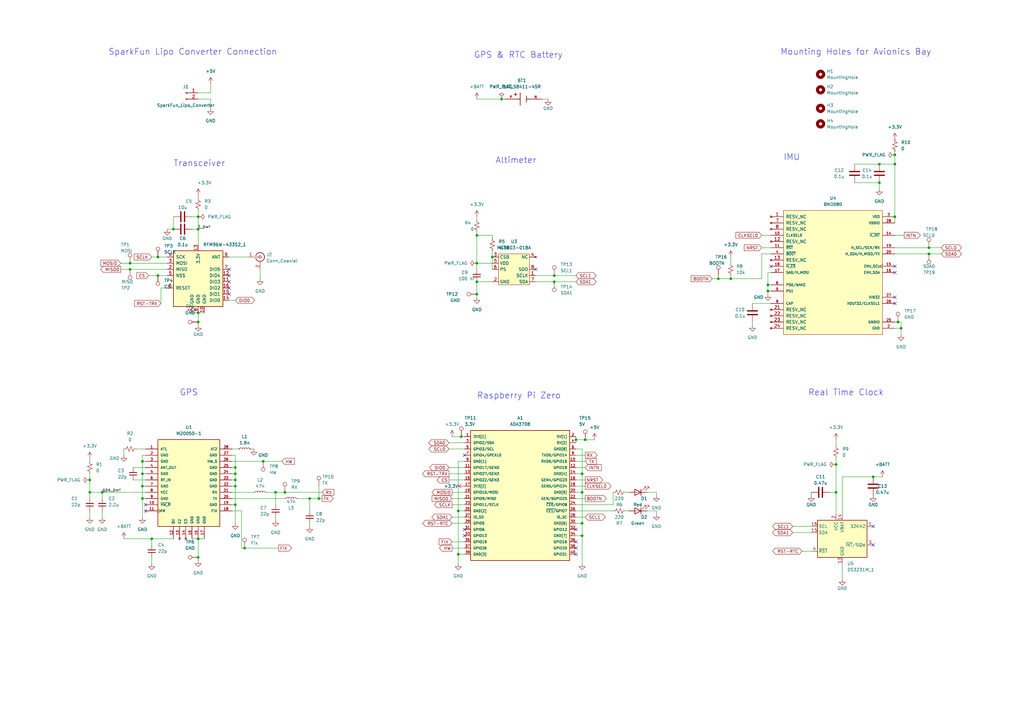
<source format=kicad_sch>
(kicad_sch (version 20211123) (generator eeschema)
  (paper "A3")
  (title_block (title "Neutro") (date "2023-01-05") (rev "v1") (company "Rice Eclipse") (comment 1 "Hong-Ye Wang"))
  (junction (at 81.28 93.98))
  (junction (at 187.96 227.33))
  (junction (at 116.84 201.93))
  (junction (at 81.28 128.27))
  (junction (at 41.91 201.93))
  (junction (at 294.64 114.3))
  (junction (at 240.03 180.34))
  (junction (at 367.03 67.31))
  (junction (at 58.42 199.39))
  (junction (at 342.9 201.93))
  (junction (at 127 204.47))
  (junction (at 238.76 219.71))
  (junction (at 53.34 110.49))
  (junction (at 113.03 201.93))
  (junction (at 64.77 113.03))
  (junction (at 201.93 105.41))
  (junction (at 381 101.6))
  (junction (at 205.74 40.64))
  (junction (at 189.23 179.07))
  (junction (at 107.95 189.23))
  (junction (at 195.58 107.95))
  (junction (at 367.03 88.9))
  (junction (at 58.42 189.23))
  (junction (at 195.58 96.52))
  (junction (at 58.42 204.47))
  (junction (at 314.96 119.38))
  (junction (at 81.28 220.98))
  (junction (at 81.28 132.08))
  (junction (at 358.14 195.58))
  (junction (at 367.03 63.5))
  (junction (at 227.33 113.03))
  (junction (at 96.52 191.77))
  (junction (at 187.96 209.55))
  (junction (at 195.58 120.65))
  (junction (at 130.81 204.47))
  (junction (at 314.96 116.84))
  (junction (at 36.83 201.93))
  (junction (at 381 104.14))
  (junction (at 368.3 132.08))
  (junction (at 299.72 114.3))
  (junction (at 238.76 194.31))
  (junction (at 369.57 134.62))
  (junction (at 64.77 105.41))
  (junction (at 100.33 224.79))
  (junction (at 96.52 207.01))
  (junction (at 71.12 93.98))
  (junction (at 360.68 74.93))
  (junction (at 53.34 107.95))
  (junction (at 96.52 196.85))
  (junction (at 195.58 115.57))
  (junction (at 236.22 180.34))
  (junction (at 62.23 220.98))
  (junction (at 342.9 190.5))
  (junction (at 96.52 199.39))
  (junction (at 238.76 201.93))
  (junction (at 360.68 67.31))
  (junction (at 58.42 194.31))
  (junction (at 36.83 196.85))
  (junction (at 227.33 115.57))
  (junction (at 81.28 228.6))
  (junction (at 238.76 214.63))
  (junction (at 81.28 88.9))
  (junction (at 96.52 194.31))
  (no_connect (at 358.14 223.52))
  (no_connect (at 367.03 124.46))
  (no_connect (at 59.69 207.01))
  (no_connect (at 59.69 209.55))
  (no_connect (at 358.14 215.9))
  (no_connect (at 93.98 118.11))
  (no_connect (at 190.5 186.69))
  (no_connect (at 236.22 217.17))
  (no_connect (at 236.22 227.33))
  (no_connect (at 367.03 121.92))
  (no_connect (at 219.71 110.49))
  (no_connect (at 316.23 109.22))
  (no_connect (at 190.5 217.17))
  (no_connect (at 236.22 222.25))
  (no_connect (at 190.5 219.71))
  (no_connect (at 93.98 115.57))
  (no_connect (at 93.98 113.03))
  (no_connect (at 236.22 224.79))
  (no_connect (at 93.98 110.49))
  (no_connect (at 93.98 120.65))
  (no_connect (at 367.03 109.22))
  (no_connect (at 367.03 111.76))
  (wire (pts (xy 314.96 119.38) (xy 314.96 120.65)))
  (wire (pts (xy 332.74 201.93) (xy 332.74 203.2)))
  (wire (pts (xy 96.52 196.85) (xy 96.52 199.39)))
  (wire (pts (xy 96.52 199.39) (xy 96.52 207.01)))
  (wire (pts (xy 367.03 96.52) (xy 370.84 96.52)))
  (wire (pts (xy 236.22 201.93) (xy 238.76 201.93)))
  (wire (pts (xy 41.91 201.93) (xy 36.83 201.93)))
  (wire (pts (xy 130.81 199.39) (xy 130.81 204.47)))
  (wire (pts (xy 81.28 88.9) (xy 81.28 93.98)))
  (wire (pts (xy 96.52 194.31) (xy 96.52 196.85)))
  (wire (pts (xy 96.52 207.01) (xy 96.52 214.63)))
  (wire (pts (xy 342.9 190.5) (xy 342.9 201.93)))
  (wire (pts (xy 116.84 201.93) (xy 132.08 201.93)))
  (wire (pts (xy 299.72 105.41) (xy 299.72 107.95)))
  (wire (pts (xy 185.42 204.47) (xy 190.5 204.47)))
  (wire (pts (xy 58.42 186.69) (xy 58.42 189.23)))
  (wire (pts (xy 58.42 204.47) (xy 59.69 204.47)))
  (wire (pts (xy 41.91 209.55) (xy 41.91 212.09)))
  (wire (pts (xy 81.28 38.1) (xy 86.36 38.1)))
  (wire (pts (xy 350.52 74.93) (xy 360.68 74.93)))
  (wire (pts (xy 99.06 209.55) (xy 95.25 209.55)))
  (wire (pts (xy 36.83 189.23) (xy 36.83 187.96)))
  (wire (pts (xy 86.36 34.29) (xy 86.36 38.1)))
  (wire (pts (xy 312.42 101.6) (xy 316.23 101.6)))
  (wire (pts (xy 360.68 67.31) (xy 350.52 67.31)))
  (wire (pts (xy 299.72 113.03) (xy 299.72 114.3)))
  (wire (pts (xy 236.22 180.34) (xy 236.22 181.61)))
  (wire (pts (xy 240.03 180.34) (xy 243.84 180.34)))
  (wire (pts (xy 367.03 132.08) (xy 368.3 132.08)))
  (wire (pts (xy 345.44 195.58) (xy 358.14 195.58)))
  (wire (pts (xy 50.8 184.15) (xy 50.8 186.69)))
  (wire (pts (xy 96.52 123.19) (xy 93.98 123.19)))
  (wire (pts (xy 369.57 134.62) (xy 367.03 134.62)))
  (wire (pts (xy 41.91 201.93) (xy 41.91 204.47)))
  (wire (pts (xy 58.42 199.39) (xy 59.69 199.39)))
  (wire (pts (xy 269.24 209.55) (xy 269.24 210.82)))
  (wire (pts (xy 342.9 180.34) (xy 342.9 182.88)))
  (wire (pts (xy 109.22 201.93) (xy 113.03 201.93)))
  (wire (pts (xy 99.06 224.79) (xy 99.06 209.55)))
  (wire (pts (xy 99.06 224.79) (xy 100.33 224.79)))
  (wire (pts (xy 251.46 201.93) (xy 251.46 207.01)))
  (wire (pts (xy 187.96 227.33) (xy 187.96 231.14)))
  (wire (pts (xy 113.03 212.09) (xy 113.03 213.36)))
  (wire (pts (xy 195.58 96.52) (xy 195.58 107.95)))
  (wire (pts (xy 367.03 104.14) (xy 381 104.14)))
  (wire (pts (xy 59.69 184.15) (xy 55.88 184.15)))
  (wire (pts (xy 60.96 113.03) (xy 64.77 113.03)))
  (wire (pts (xy 81.28 220.98) (xy 81.28 228.6)))
  (wire (pts (xy 236.22 191.77) (xy 240.03 191.77)))
  (wire (pts (xy 314.96 116.84) (xy 314.96 119.38)))
  (wire (pts (xy 36.83 196.85) (xy 36.83 201.93)))
  (wire (pts (xy 49.53 107.95) (xy 53.34 107.95)))
  (wire (pts (xy 236.22 214.63) (xy 238.76 214.63)))
  (wire (pts (xy 345.44 195.58) (xy 345.44 210.82)))
  (wire (pts (xy 81.28 229.87) (xy 81.28 228.6)))
  (wire (pts (xy 81.28 133.35) (xy 81.28 132.08)))
  (wire (pts (xy 308.61 132.08) (xy 308.61 133.35)))
  (wire (pts (xy 185.42 214.63) (xy 190.5 214.63)))
  (wire (pts (xy 54.61 196.85) (xy 59.69 196.85)))
  (wire (pts (xy 367.03 63.5) (xy 367.03 67.31)))
  (wire (pts (xy 308.61 124.46) (xy 316.23 124.46)))
  (wire (pts (xy 238.76 194.31) (xy 238.76 201.93)))
  (wire (pts (xy 95.25 201.93) (xy 104.14 201.93)))
  (wire (pts (xy 345.44 231.14) (xy 345.44 237.49)))
  (wire (pts (xy 381 104.14) (xy 386.08 104.14)))
  (wire (pts (xy 95.25 194.31) (xy 96.52 194.31)))
  (wire (pts (xy 185.42 212.09) (xy 190.5 212.09)))
  (wire (pts (xy 340.36 201.93) (xy 342.9 201.93)))
  (wire (pts (xy 95.25 207.01) (xy 96.52 207.01)))
  (wire (pts (xy 66.04 124.46) (xy 66.04 118.11)))
  (wire (pts (xy 367.03 101.6) (xy 381 101.6)))
  (wire (pts (xy 236.22 204.47) (xy 240.03 204.47)))
  (wire (pts (xy 53.34 110.49) (xy 68.58 110.49)))
  (wire (pts (xy 265.43 201.93) (xy 269.24 201.93)))
  (wire (pts (xy 71.12 88.9) (xy 71.12 93.98)))
  (wire (pts (xy 312.42 96.52) (xy 316.23 96.52)))
  (wire (pts (xy 66.04 118.11) (xy 68.58 118.11)))
  (wire (pts (xy 369.57 132.08) (xy 369.57 134.62)))
  (wire (pts (xy 58.42 194.31) (xy 58.42 199.39)))
  (wire (pts (xy 62.23 220.98) (xy 71.12 220.98)))
  (wire (pts (xy 195.58 40.64) (xy 205.74 40.64)))
  (wire (pts (xy 256.54 209.55) (xy 257.81 209.55)))
  (wire (pts (xy 195.58 121.92) (xy 195.58 120.65)))
  (wire (pts (xy 36.83 209.55) (xy 36.83 212.09)))
  (wire (pts (xy 367.03 67.31) (xy 360.68 67.31)))
  (wire (pts (xy 222.25 40.64) (xy 224.79 40.64)))
  (wire (pts (xy 205.74 40.64) (xy 207.01 40.64)))
  (wire (pts (xy 95.25 191.77) (xy 96.52 191.77)))
  (wire (pts (xy 68.58 93.98) (xy 71.12 93.98)))
  (wire (pts (xy 121.92 204.47) (xy 127 204.47)))
  (wire (pts (xy 316.23 104.14) (xy 312.42 104.14)))
  (wire (pts (xy 95.25 199.39) (xy 96.52 199.39)))
  (wire (pts (xy 195.58 107.95) (xy 195.58 110.49)))
  (wire (pts (xy 95.25 186.69) (xy 96.52 186.69)))
  (wire (pts (xy 185.42 222.25) (xy 190.5 222.25)))
  (wire (pts (xy 113.03 201.93) (xy 113.03 207.01)))
  (wire (pts (xy 314.96 116.84) (xy 316.23 116.84)))
  (wire (pts (xy 367.03 67.31) (xy 367.03 88.9)))
  (wire (pts (xy 227.33 113.03) (xy 236.22 113.03)))
  (wire (pts (xy 49.53 110.49) (xy 53.34 110.49)))
  (wire (pts (xy 59.69 186.69) (xy 58.42 186.69)))
  (wire (pts (xy 238.76 219.71) (xy 238.76 231.14)))
  (wire (pts (xy 78.74 220.98) (xy 81.28 220.98)))
  (wire (pts (xy 236.22 199.39) (xy 240.03 199.39)))
  (wire (pts (xy 238.76 201.93) (xy 238.76 214.63)))
  (wire (pts (xy 102.87 184.15) (xy 104.14 184.15)))
  (wire (pts (xy 64.77 113.03) (xy 68.58 113.03)))
  (wire (pts (xy 316.23 111.76) (xy 314.96 111.76)))
  (wire (pts (xy 62.23 220.98) (xy 62.23 223.52)))
  (wire (pts (xy 185.42 179.07) (xy 189.23 179.07)))
  (wire (pts (xy 187.96 189.23) (xy 187.96 209.55)))
  (wire (pts (xy 81.28 40.64) (xy 86.36 40.64)))
  (wire (pts (xy 201.93 97.79) (xy 201.93 96.52)))
  (wire (pts (xy 342.9 201.93) (xy 342.9 210.82)))
  (wire (pts (xy 36.83 201.93) (xy 36.83 204.47)))
  (wire (pts (xy 195.58 107.95) (xy 201.93 107.95)))
  (wire (pts (xy 195.58 115.57) (xy 195.58 120.65)))
  (wire (pts (xy 93.98 105.41) (xy 101.6 105.41)))
  (wire (pts (xy 189.23 179.07) (xy 190.5 179.07)))
  (wire (pts (xy 236.22 212.09) (xy 240.03 212.09)))
  (wire (pts (xy 95.25 196.85) (xy 96.52 196.85)))
  (wire (pts (xy 256.54 201.93) (xy 257.81 201.93)))
  (wire (pts (xy 185.42 207.01) (xy 190.5 207.01)))
  (wire (pts (xy 185.42 201.93) (xy 190.5 201.93)))
  (wire (pts (xy 265.43 209.55) (xy 269.24 209.55)))
  (wire (pts (xy 325.12 218.44) (xy 332.74 218.44)))
  (wire (pts (xy 81.28 80.01) (xy 81.28 81.28)))
  (wire (pts (xy 360.68 74.93) (xy 360.68 77.47)))
  (wire (pts (xy 78.74 88.9) (xy 81.28 88.9)))
  (wire (pts (xy 187.96 209.55) (xy 190.5 209.55)))
  (wire (pts (xy 195.58 115.57) (xy 201.93 115.57)))
  (wire (pts (xy 127 204.47) (xy 127 209.55)))
  (wire (pts (xy 236.22 207.01) (xy 251.46 207.01)))
  (wire (pts (xy 367.03 62.23) (xy 367.03 63.5)))
  (wire (pts (xy 81.28 93.98) (xy 81.28 100.33)))
  (wire (pts (xy 184.15 196.85) (xy 190.5 196.85)))
  (wire (pts (xy 81.28 220.98) (xy 83.82 220.98)))
  (wire (pts (xy 106.68 110.49) (xy 106.68 114.3)))
  (wire (pts (xy 58.42 199.39) (xy 58.42 204.47)))
  (wire (pts (xy 184.15 191.77) (xy 190.5 191.77)))
  (wire (pts (xy 62.23 228.6) (xy 62.23 231.14)))
  (wire (pts (xy 184.15 181.61) (xy 190.5 181.61)))
  (wire (pts (xy 294.64 113.03) (xy 294.64 114.3)))
  (wire (pts (xy 53.34 107.95) (xy 68.58 107.95)))
  (wire (pts (xy 113.03 201.93) (xy 116.84 201.93)))
  (wire (pts (xy 368.3 132.08) (xy 369.57 132.08)))
  (wire (pts (xy 238.76 214.63) (xy 238.76 219.71)))
  (wire (pts (xy 195.58 95.25) (xy 195.58 96.52)))
  (wire (pts (xy 190.5 189.23) (xy 187.96 189.23)))
  (wire (pts (xy 201.93 105.41) (xy 201.93 110.49)))
  (wire (pts (xy 95.25 189.23) (xy 107.95 189.23)))
  (wire (pts (xy 81.28 128.27) (xy 83.82 128.27)))
  (wire (pts (xy 64.77 105.41) (xy 68.58 105.41)))
  (wire (pts (xy 187.96 209.55) (xy 187.96 227.33)))
  (wire (pts (xy 325.12 215.9) (xy 332.74 215.9)))
  (wire (pts (xy 96.52 191.77) (xy 96.52 194.31)))
  (wire (pts (xy 328.93 226.06) (xy 332.74 226.06)))
  (wire (pts (xy 62.23 105.41) (xy 64.77 105.41)))
  (wire (pts (xy 342.9 187.96) (xy 342.9 190.5)))
  (wire (pts (xy 358.14 195.58) (xy 361.95 195.58)))
  (wire (pts (xy 195.58 88.9) (xy 195.58 90.17)))
  (wire (pts (xy 58.42 189.23) (xy 58.42 194.31)))
  (wire (pts (xy 219.71 113.03) (xy 227.33 113.03)))
  (wire (pts (xy 58.42 204.47) (xy 58.42 212.09)))
  (wire (pts (xy 36.83 194.31) (xy 36.83 196.85)))
  (wire (pts (xy 50.8 220.98) (xy 62.23 220.98)))
  (wire (pts (xy 58.42 194.31) (xy 59.69 194.31)))
  (wire (pts (xy 54.61 191.77) (xy 59.69 191.77)))
  (wire (pts (xy 78.74 128.27) (xy 81.28 128.27)))
  (wire (pts (xy 95.25 204.47) (xy 116.84 204.47)))
  (wire (pts (xy 236.22 189.23) (xy 240.03 189.23)))
  (wire (pts (xy 236.22 180.34) (xy 240.03 180.34)))
  (wire (pts (xy 369.57 134.62) (xy 369.57 137.16)))
  (wire (pts (xy 100.33 224.79) (xy 114.3 224.79)))
  (wire (pts (xy 299.72 114.3) (xy 312.42 114.3)))
  (wire (pts (xy 227.33 115.57) (xy 236.22 115.57)))
  (wire (pts (xy 127 214.63) (xy 127 215.9)))
  (wire (pts (xy 236.22 219.71) (xy 238.76 219.71)))
  (wire (pts (xy 292.1 114.3) (xy 294.64 114.3)))
  (wire (pts (xy 269.24 201.93) (xy 269.24 203.2)))
  (wire (pts (xy 184.15 194.31) (xy 190.5 194.31)))
  (wire (pts (xy 41.91 201.93) (xy 59.69 201.93)))
  (wire (pts (xy 201.93 96.52) (xy 195.58 96.52)))
  (wire (pts (xy 219.71 115.57) (xy 227.33 115.57)))
  (wire (pts (xy 127 204.47) (xy 130.81 204.47)))
  (wire (pts (xy 185.42 224.79) (xy 190.5 224.79)))
  (wire (pts (xy 107.95 189.23) (xy 115.57 189.23)))
  (wire (pts (xy 367.03 88.9) (xy 367.03 91.44)))
  (wire (pts (xy 236.22 209.55) (xy 251.46 209.55)))
  (wire (pts (xy 95.25 184.15) (xy 97.79 184.15)))
  (wire (pts (xy 236.22 184.15) (xy 238.76 184.15)))
  (wire (pts (xy 236.22 196.85) (xy 240.03 196.85)))
  (wire (pts (xy 130.81 204.47) (xy 132.08 204.47)))
  (wire (pts (xy 236.22 186.69) (xy 240.03 186.69)))
  (wire (pts (xy 78.74 93.98) (xy 81.28 93.98)))
  (wire (pts (xy 381 101.6) (xy 386.08 101.6)))
  (wire (pts (xy 312.42 104.14) (xy 312.42 114.3)))
  (wire (pts (xy 81.28 128.27) (xy 81.28 132.08)))
  (wire (pts (xy 314.96 119.38) (xy 316.23 119.38)))
  (wire (pts (xy 58.42 189.23) (xy 59.69 189.23)))
  (wire (pts (xy 187.96 227.33) (xy 190.5 227.33)))
  (wire (pts (xy 184.15 184.15) (xy 190.5 184.15)))
  (wire (pts (xy 294.64 114.3) (xy 299.72 114.3)))
  (wire (pts (xy 314.96 111.76) (xy 314.96 116.84)))
  (wire (pts (xy 236.22 179.07) (xy 236.22 180.34)))
  (wire (pts (xy 81.28 86.36) (xy 81.28 88.9)))
  (wire (pts (xy 201.93 102.87) (xy 201.93 105.41)))
  (wire (pts (xy 238.76 184.15) (xy 238.76 194.31)))
  (wire (pts (xy 86.36 40.64) (xy 86.36 44.45)))
  (wire (pts (xy 236.22 194.31) (xy 238.76 194.31)))
  (wire (pts (xy 96.52 186.69) (xy 96.52 191.77)))
  (text "IMU\n" (at 321.31 66.04 0) (effects (font (size 2.5 2.5)) (justify left bottom)))
  (text "Raspberry Pi Zero\n" (at 195.58 163.83 0) (effects (font (size 2.5 2.5)) (justify left bottom)))
  (text "GPS & RTC Battery" (at 194.31 24.13 0) (effects (font (size 2.5 2.5)) (justify left bottom)))
  (text "SparkFun Lipo Converter Connection" (at 44.45 22.86 0) (effects (font (size 2.5 2.5)) (justify left bottom)))
  (text "GPS" (at 73.66 162.56 0) (effects (font (size 2.5 2.5)) (justify left bottom)))
  (text "Altimeter" (at 203.2 67.31 0) (effects (font (size 2.5 2.5)) (justify left bottom)))
  (text "Real Time Clock" (at 331.47 162.56 0) (effects (font (size 2.5 2.5)) (justify left bottom)))
  (text "Transceiver\n" (at 71.12 68.58 0) (effects (font (size 2.5 2.5)) (justify left bottom)))
  (text "Mounting Holes for Avionics Bay\n" (at 320.04 22.86 0) (effects (font (size 2.5 2.5)) (justify left bottom)))
  (label "t_pwr" (at 81.28 93.98 0))
  (label "gps_pwr" (at 41.91 201.93 0))
  (global_label "INTN" (shape output) (at 370.84 96.52 0) (property "Intersheet References" "${INTERSHEET_REFS}" (effects hide)))
  (global_label "SCL1" (shape bidirectional) (at 236.22 113.03 0) (property "Intersheet References" "${INTERSHEET_REFS}" (effects hide)))
  (global_label "SDA1" (shape bidirectional) (at 185.42 212.09 180) (property "Intersheet References" "${INTERSHEET_REFS}" (effects hide)))
  (global_label "CLKSEL0" (shape output) (at 240.03 199.39 0) (property "Intersheet References" "${INTERSHEET_REFS}" (effects hide)))
  (global_label "FIX" (shape output) (at 114.3 224.79 0) (property "Intersheet References" "${INTERSHEET_REFS}" (effects hide)))
  (global_label "RX" (shape input) (at 132.08 201.93 0) (property "Intersheet References" "${INTERSHEET_REFS}" (effects hide)))
  (global_label "MOSI0" (shape input) (at 49.53 107.95 180) (property "Intersheet References" "${INTERSHEET_REFS}" (effects hide)))
  (global_label "SCLK" (shape output) (at 185.42 207.01 180) (property "Intersheet References" "${INTERSHEET_REFS}" (effects hide)))
  (global_label "MISO0" (shape output) (at 49.53 110.49 180) (property "Intersheet References" "${INTERSHEET_REFS}" (effects hide)))
  (global_label "MOSI0" (shape output) (at 185.42 201.93 180) (property "Intersheet References" "${INTERSHEET_REFS}" (effects hide)))
  (global_label "RST-RTC" (shape bidirectional) (at 328.93 226.06 180) (property "Intersheet References" "${INTERSHEET_REFS}" (effects hide)))
  (global_label "NRST" (shape input) (at 312.42 101.6 180) (property "Intersheet References" "${INTERSHEET_REFS}" (effects hide)))
  (global_label "SCL0" (shape bidirectional) (at 184.15 184.15 180) (property "Intersheet References" "${INTERSHEET_REFS}" (effects hide)))
  (global_label "CLKSEL0" (shape input) (at 312.42 96.52 180) (property "Intersheet References" "${INTERSHEET_REFS}" (effects hide)))
  (global_label "BOOTN" (shape output) (at 240.03 204.47 0) (property "Intersheet References" "${INTERSHEET_REFS}" (effects hide)))
  (global_label "TX" (shape input) (at 240.03 189.23 0) (property "Intersheet References" "${INTERSHEET_REFS}" (effects hide)))
  (global_label "CS" (shape output) (at 184.15 196.85 180) (property "Intersheet References" "${INTERSHEET_REFS}" (effects hide)))
  (global_label "CS" (shape input) (at 60.96 113.03 180) (property "Intersheet References" "${INTERSHEET_REFS}" (effects hide)))
  (global_label "INTN" (shape input) (at 240.03 191.77 0) (property "Intersheet References" "${INTERSHEET_REFS}" (effects hide)))
  (global_label "RX" (shape output) (at 240.03 186.69 0) (property "Intersheet References" "${INTERSHEET_REFS}" (effects hide)))
  (global_label "HW" (shape input) (at 115.57 189.23 0) (property "Intersheet References" "${INTERSHEET_REFS}" (effects hide)))
  (global_label "SDA0" (shape bidirectional) (at 386.08 104.14 0) (property "Intersheet References" "${INTERSHEET_REFS}" (effects hide)))
  (global_label "FIX" (shape input) (at 185.42 222.25 180) (property "Intersheet References" "${INTERSHEET_REFS}" (effects hide)))
  (global_label "SCL1" (shape bidirectional) (at 240.03 212.09 0) (property "Intersheet References" "${INTERSHEET_REFS}" (effects hide)))
  (global_label "SDA0" (shape bidirectional) (at 184.15 181.61 180) (property "Intersheet References" "${INTERSHEET_REFS}" (effects hide)))
  (global_label "SCL0" (shape bidirectional) (at 386.08 101.6 0) (property "Intersheet References" "${INTERSHEET_REFS}" (effects hide)))
  (global_label "SDA1" (shape bidirectional) (at 325.12 218.44 180) (property "Intersheet References" "${INTERSHEET_REFS}" (effects hide)))
  (global_label "TX" (shape output) (at 132.08 204.47 0) (property "Intersheet References" "${INTERSHEET_REFS}" (effects hide)))
  (global_label "MISO0" (shape input) (at 185.42 204.47 180) (property "Intersheet References" "${INTERSHEET_REFS}" (effects hide)))
  (global_label "DIO0" (shape bidirectional) (at 96.52 123.19 0) (property "Intersheet References" "${INTERSHEET_REFS}" (effects hide)))
  (global_label "SCLK" (shape input) (at 62.23 105.41 180) (property "Intersheet References" "${INTERSHEET_REFS}" (effects hide)))
  (global_label "SDA1" (shape bidirectional) (at 236.22 115.57 0) (property "Intersheet References" "${INTERSHEET_REFS}" (effects hide)))
  (global_label "DIO0" (shape bidirectional) (at 184.15 191.77 180) (property "Intersheet References" "${INTERSHEET_REFS}" (effects hide)))
  (global_label "RST-TRX" (shape input) (at 66.04 124.46 180) (property "Intersheet References" "${INTERSHEET_REFS}" (effects hide)))
  (global_label "NRST" (shape output) (at 240.03 196.85 0) (property "Intersheet References" "${INTERSHEET_REFS}" (effects hide)))
  (global_label "SCL1" (shape bidirectional) (at 325.12 215.9 180) (property "Intersheet References" "${INTERSHEET_REFS}" (effects hide)))
  (global_label "HW" (shape output) (at 185.42 224.79 180) (property "Intersheet References" "${INTERSHEET_REFS}" (effects hide)))
  (global_label "RST-TRX" (shape output) (at 184.15 194.31 180) (property "Intersheet References" "${INTERSHEET_REFS}" (effects hide)))
  (global_label "BOOTN" (shape input) (at 292.1 114.3 180) (property "Intersheet References" "${INTERSHEET_REFS}" (effects hide)))
  (global_label "RST-RTC" (shape bidirectional) (at 185.42 214.63 180) (property "Intersheet References" "${INTERSHEET_REFS}" (effects hide)))
  (symbol (lib_id "power:GND") (at 58.42 212.09 0) (unit 1)
    (property "Reference" "#PWR06" (effects hide))
    (property "Value" "GND" (at 58.42 217.17 0))
  )
  (symbol (lib_id "Connector:TestPoint") (at 81.28 132.08 90) (unit 1)
    (property "Reference" "TP5" (at 77.978 125.73 90))
    (property "Value" "GND" (at 77.978 128.27 90))
    (property "Footprint" "TestPoint:TestPoint_THTPad_D1.5mm_Drill0.7mm" (effects hide))
  )
  (symbol (lib_id "power:GND") (at 195.58 121.92 0) (unit 1)
    (property "Reference" "#PWR024" (effects hide))
    (property "Value" "GND" (at 195.58 127 0))
  )
  (symbol (lib_id "Device:C_Small") (at 195.58 113.03 180) (unit 1)
    (property "Reference" "C9" (at 189.23 111.76 0) (effects (justify right)))
    (property "Value" "100 nF" (at 187.96 114.3 0) (effects (justify right)))
    (property "Footprint" "Capacitor_SMD:C_1206_3216Metric" (effects hide))
  )
  (symbol (lib_id "power:GND") (at 127 215.9 0) (unit 1)
    (property "Reference" "#PWR018" (effects hide))
    (property "Value" "GND" (at 127 220.98 0))
  )
  (symbol (lib_id "Connector:TestPoint") (at 227.33 115.57 180) (unit 1)
    (property "Reference" "TP14" (at 229.87 117.6019 0) (effects (justify right)))
    (property "Value" "SDA1" (at 229.87 120.1419 0) (effects (justify right)))
    (property "Footprint" "TestPoint:TestPoint_THTPad_D1.5mm_Drill0.7mm" (effects hide))
  )
  (symbol (lib_id "Device:C_Small") (at 62.23 226.06 180) (unit 1)
    (property "Reference" "C4" (at 64.77 223.52 0) (effects (justify right)))
    (property "Value" "22p" (at 64.77 226.06 0) (effects (justify right)))
    (property "Footprint" "Capacitor_SMD:C_1206_3216Metric" (effects hide))
  )
  (symbol (lib_id "Mechanical:MountingHole") (at 336.55 50.8 0) (unit 1)
    (property "Reference" "H4" (at 339.09 49.5299 0) (effects (justify left)))
    (property "Value" "MountingHole" (at 339.09 52.0699 0) (effects (justify left)))
    (property "Footprint" "MountingHole:MountingHole_2.5mm" (effects hide))
  )
  (symbol (lib_id "power:+3.3V") (at 299.72 105.41 0) (unit 1)
    (property "Reference" "#PWR030" (effects hide))
    (property "Value" "+3.3V" (at 299.72 100.33 0))
  )
  (symbol (lib_id "Neutro_Symbol:BAT_S8411-45R") (at 214.63 40.64 0) (unit 1)
    (property "Reference" "BT1" (at 213.995 33.02 0))
    (property "Value" "BAT_S8411-45R" (at 213.995 35.56 0))
    (property "Footprint" "Neutro_Footprint:BAT_S8411-45R" (effects hide))
    (property "MAXIMUM_PACKAGE_HEIGHT" "4.25mm" (effects hide))
    (property "STANDARD" "Manufacturer Recommendations" (effects hide))
    (property "MANUFACTURER" "Harwin" (effects hide))
  )
  (symbol (lib_id "power:GND") (at 68.58 93.98 0) (unit 1)
    (property "Reference" "#PWR08" (effects hide))
    (property "Value" "GND" (at 68.58 97.79 0))
  )
  (symbol (lib_id "Device:L_Small") (at 100.33 184.15 270) (mirror x) (unit 1)
    (property "Reference" "L1" (at 100.33 179.07 90))
    (property "Value" "1.8n" (at 100.33 181.61 90))
    (property "Footprint" "Inductor_SMD:L_0805_2012Metric" (effects hide))
  )
  (symbol (lib_id "power:GND") (at 81.28 133.35 0) (unit 1)
    (property "Reference" "#PWR010" (effects hide))
    (property "Value" "GND" (at 81.28 137.16 0))
  )
  (symbol (lib_id "Device:R_Small_US") (at 81.28 83.82 0) (unit 1)
    (property "Reference" "R3" (at 83.82 82.5499 0) (effects (justify left)))
    (property "Value" "0" (at 83.82 85.0899 0) (effects (justify left)))
    (property "Footprint" "Resistor_SMD:R_1206_3216Metric" (effects hide))
  )
  (symbol (lib_id "Device:C") (at 336.55 201.93 90) (unit 1)
    (property "Reference" "C11" (at 336.55 195.58 90))
    (property "Value" "0.47u" (at 336.55 198.12 90))
    (property "Footprint" "Capacitor_SMD:C_1206_3216Metric" (effects hide))
  )
  (symbol (lib_id "power:GND") (at 369.57 137.16 0) (unit 1)
    (property "Reference" "#PWR040" (effects hide))
    (property "Value" "GND" (at 369.57 142.24 0))
  )
  (symbol (lib_id "Neutro_Symbol:DS3231M_1") (at 345.44 220.98 0) (unit 1)
    (property "Reference" "U5" (at 347.4594 231.14 0) (effects (justify left)))
    (property "Value" "DS3231M_1" (at 347.4594 233.68 0) (effects (justify left)))
    (property "Footprint" "Neutro_Footprint:DS3231M" (effects hide))
    (property "Datasheet" "http://datasheets.maximintegrated.com/en/ds/DS3231.pdf" (effects hide))
  )
  (symbol (lib_id "Device:R_Small_US") (at 195.58 92.71 0) (unit 1)
    (property "Reference" "R4" (at 190.5 91.44 0) (effects (justify left)))
    (property "Value" "0" (at 193.04 93.98 0) (effects (justify left)))
    (property "Footprint" "Resistor_SMD:R_1206_3216Metric" (effects hide))
  )
  (symbol (lib_id "Connector:TestPoint") (at 64.77 105.41 0) (unit 1)
    (property "Reference" "TP3" (at 67.31 100.8379 0) (effects (justify left)))
    (property "Value" "SCLK" (at 67.31 103.3779 0) (effects (justify left)))
    (property "Footprint" "TestPoint:TestPoint_THTPad_D1.5mm_Drill0.7mm" (effects hide))
  )
  (symbol (lib_id "Connector:TestPoint") (at 381 101.6 0) (unit 1)
    (property "Reference" "TP18" (at 379.73 93.98 0) (effects (justify left)))
    (property "Value" "SCL0" (at 378.46 96.52 0) (effects (justify left)))
    (property "Footprint" "TestPoint:TestPoint_THTPad_D1.5mm_Drill0.7mm" (effects hide))
  )
  (symbol (lib_id "Device:R_Small_US") (at 367.03 59.69 0) (unit 1)
    (property "Reference" "R10" (at 369.57 58.4199 0) (effects (justify left)))
    (property "Value" "0" (at 369.57 60.9599 0) (effects (justify left)))
    (property "Footprint" "Resistor_SMD:R_1206_3216Metric" (effects hide))
  )
  (symbol (lib_id "Connector:TestPoint") (at 116.84 201.93 0) (unit 1)
    (property "Reference" "TP9" (at 119.38 197.3579 0) (effects (justify left)))
    (property "Value" "RX" (at 119.38 199.8979 0) (effects (justify left)))
    (property "Footprint" "TestPoint:TestPoint_THTPad_D1.5mm_Drill0.7mm" (effects hide))
  )
  (symbol (lib_id "power:GND") (at 106.68 114.3 0) (unit 1)
    (property "Reference" "#PWR016" (effects hide))
    (property "Value" "GND" (at 106.68 119.38 0))
  )
  (symbol (lib_id "Device:C") (at 358.14 199.39 0) (unit 1)
    (property "Reference" "C13" (at 361.95 199.39 0))
    (property "Value" "0.47u" (at 361.95 201.93 0))
    (property "Footprint" "Capacitor_SMD:C_1206_3216Metric" (effects hide))
  )
  (symbol (lib_id "Device:LED") (at 261.62 201.93 180) (unit 1)
    (property "Reference" "D1" (at 264.16 204.47 0))
    (property "Value" "Red" (at 261.62 207.01 0))
    (property "Footprint" "LED_THT:LED_D3.0mm" (effects hide))
  )
  (symbol (lib_id "Connector:TestPoint") (at 130.81 199.39 0) (unit 1)
    (property "Reference" "TP10" (at 132.08 195.58 0) (effects (justify left)))
    (property "Value" "TX" (at 132.08 198.12 0) (effects (justify left)))
    (property "Footprint" "TestPoint:TestPoint_THTPad_D1.5mm_Drill0.7mm" (effects hide))
  )
  (symbol (lib_id "Connector:TestPoint") (at 189.23 179.07 0) (unit 1)
    (property "Reference" "TP11" (at 190.5 171.45 0) (effects (justify left)))
    (property "Value" "3.3V" (at 190.5 173.99 0) (effects (justify left)))
    (property "Footprint" "TestPoint:TestPoint_THTPad_D1.5mm_Drill0.7mm" (effects hide))
  )
  (symbol (lib_id "Device:C_Small") (at 41.91 207.01 180) (unit 1)
    (property "Reference" "C2" (at 44.45 204.47 0) (effects (justify right)))
    (property "Value" "2.2u" (at 44.45 207.01 0) (effects (justify right)))
    (property "Footprint" "Capacitor_SMD:C_1206_3216Metric" (effects hide))
  )
  (symbol (lib_id "power:+3.3V") (at 36.83 187.96 0) (unit 1)
    (property "Reference" "#PWR01" (effects hide))
    (property "Value" "+3.3V" (at 36.83 182.88 0))
  )
  (symbol (lib_id "Device:L_Small") (at 119.38 204.47 90) (unit 1)
    (property "Reference" "L3" (at 119.38 208.28 90))
    (property "Value" "47n" (at 119.38 205.74 90))
    (property "Footprint" "Inductor_SMD:L_1008_2520Metric" (effects hide))
  )
  (symbol (lib_id "Connector:TestPoint") (at 53.34 110.49 180) (unit 1)
    (property "Reference" "TP2" (at 53.34 118.11 0) (effects (justify left)))
    (property "Value" "MISO" (at 54.61 115.57 0) (effects (justify left)))
    (property "Footprint" "TestPoint:TestPoint_THTPad_D1.5mm_Drill0.7mm" (effects hide))
  )
  (symbol (lib_id "power:+3.3V") (at 195.58 88.9 0) (unit 1)
    (property "Reference" "#PWR023" (effects hide))
    (property "Value" "+3.3V" (at 195.58 83.82 0))
  )
  (symbol (lib_id "Neutro_Symbol:RFM96W-433S2_1") (at 81.28 113.03 0) (unit 1)
    (property "Reference" "U2" (effects hide))
    (property "Value" "RFM96W-433S2_1" (at 83.2994 100.33 0) (effects (justify left)))
    (property "Footprint" "Neutro_Footprint:HOPERF_RFM9XW_SMD" (effects hide))
    (property "Datasheet" "https://www.hoperf.com/data/upload/portal/20181127/5bfcc0ac60235.pdf" (effects hide))
  )
  (symbol (lib_id "Neutro_Symbol:SparkFun_Lipo_Converter") (at 76.2 38.1 0) (unit 1)
    (property "Reference" "J1" (at 76.2 35.56 0))
    (property "Value" "SparkFun_Lipo_Converter" (at 76.2 43.18 0))
    (property "Footprint" "Neutro_Footprint:Sparkfun_Lipo_Converter" (effects hide))
    (property "Datasheet" "https://www.sparkfun.com/products/14411" (effects hide))
  )
  (symbol (lib_id "Neutro_Symbol:BNO080") (at 341.63 111.76 0) (unit 1)
    (property "Reference" "U4" (at 341.63 81.28 0))
    (property "Value" "BNO080" (at 341.63 83.82 0))
    (property "Footprint" "Neutro_Footprint:BNO085" (effects hide))
    (property "Datasheet" "https://www.ceva-dsp.com/wp-content/uploads/2019/10/BNO080_085-Datasheet.pdf" (effects hide))
    (property "MAXIMUM_PACKAGE_HEIGHT" "1.180 mm" (effects hide))
    (property "PARTREV" "1.6" (effects hide))
    (property "MANUFACTURER" "Hillcrest Laboratories, Inc." (effects hide))
    (property "STANDARD" "Manufacturer Recommendations" (effects hide))
  )
  (symbol (lib_id "power:+3.3V") (at 342.9 180.34 0) (unit 1)
    (property "Reference" "#PWR034" (effects hide))
    (property "Value" "+3.3V" (at 342.9 175.26 0))
  )
  (symbol (lib_id "Device:R_Small_US") (at 36.83 191.77 0) (unit 1)
    (property "Reference" "R1" (at 39.37 190.4999 0) (effects (justify left)))
    (property "Value" "0" (at 39.37 193.0399 0) (effects (justify left)))
    (property "Footprint" "Resistor_SMD:R_1206_3216Metric" (effects hide))
  )
  (symbol (lib_id "power:GND") (at 113.03 213.36 0) (unit 1)
    (property "Reference" "#PWR017" (effects hide))
    (property "Value" "GND" (at 113.03 218.44 0))
  )
  (symbol (lib_id "power:+3.3V") (at 367.03 57.15 0) (unit 1)
    (property "Reference" "#PWR039" (effects hide))
    (property "Value" "+3.3V" (at 367.03 52.07 0))
  )
  (symbol (lib_id "power:GND") (at 81.28 229.87 0) (unit 1)
    (property "Reference" "#PWR011" (effects hide))
    (property "Value" "GND" (at 81.28 234.95 0))
  )
  (symbol (lib_id "power:GND") (at 358.14 203.2 0) (unit 1)
    (property "Reference" "#PWR036" (effects hide))
    (property "Value" "GND" (at 358.14 207.01 0))
  )
  (symbol (lib_id "power:GND") (at 224.79 40.64 0) (unit 1)
    (property "Reference" "#PWR025" (effects hide))
    (property "Value" "GND" (at 224.79 44.45 0))
  )
  (symbol (lib_id "power:GND") (at 96.52 214.63 0) (unit 1)
    (property "Reference" "#PWR014" (effects hide))
    (property "Value" "GND" (at 96.52 219.71 0))
  )
  (symbol (lib_id "Device:C_Small") (at 127 212.09 0) (unit 1)
    (property "Reference" "C8" (at 129.54 210.8262 0) (effects (justify left)))
    (property "Value" "22p" (at 129.54 213.3662 0) (effects (justify left)))
    (property "Footprint" "Capacitor_SMD:C_1206_3216Metric" (effects hide))
  )
  (symbol (lib_id "Connector:TestPoint") (at 195.58 120.65 90) (unit 1)
    (property "Reference" "TP12" (at 185.42 120.65 90))
    (property "Value" "GND" (at 186.69 123.19 90))
    (property "Footprint" "TestPoint:TestPoint_THTPad_D1.5mm_Drill0.7mm" (effects hide))
  )
  (symbol (lib_id "Device:L_Small") (at 106.68 201.93 90) (unit 1)
    (property "Reference" "L2" (at 106.68 196.85 90))
    (property "Value" "47n" (at 106.68 199.39 90))
    (property "Footprint" "Inductor_SMD:L_1008_2520Metric" (effects hide))
  )
  (symbol (lib_id "Connector:TestPoint") (at 227.33 113.03 0) (unit 1)
    (property "Reference" "TP13" (at 229.87 108.4579 0) (effects (justify left)))
    (property "Value" "SCL1" (at 229.87 110.9979 0) (effects (justify left)))
    (property "Footprint" "TestPoint:TestPoint_THTPad_D1.5mm_Drill0.7mm" (effects hide))
  )
  (symbol (lib_id "Device:C_Small") (at 54.61 194.31 180) (unit 1)
    (property "Reference" "C3" (at 48.26 193.04 0) (effects (justify right)))
    (property "Value" "22p" (at 48.26 195.58 0) (effects (justify right)))
    (property "Footprint" "Capacitor_SMD:C_1206_3216Metric" (effects hide))
  )
  (symbol (lib_id "Device:R_Small_US") (at 53.34 184.15 90) (unit 1)
    (property "Reference" "R2" (at 53.34 177.8 90))
    (property "Value" "0" (at 53.34 180.34 90))
    (property "Footprint" "Resistor_SMD:R_1206_3216Metric" (effects hide))
  )
  (symbol (lib_id "Connector:TestPoint") (at 381 104.14 180) (unit 1)
    (property "Reference" "TP19" (at 383.54 111.76 0) (effects (justify left)))
    (property "Value" "SDA0" (at 383.54 109.22 0) (effects (justify left)))
    (property "Footprint" "TestPoint:TestPoint_THTPad_D1.5mm_Drill0.7mm" (effects hide))
  )
  (symbol (lib_id "power:GND") (at 86.36 44.45 0) (unit 1)
    (property "Reference" "#PWR013" (effects hide))
    (property "Value" "GND" (at 86.36 49.53 0))
  )
  (symbol (lib_id "power:GND") (at 36.83 212.09 0) (unit 1)
    (property "Reference" "#PWR02" (effects hide))
    (property "Value" "GND" (at 36.83 217.17 0))
  )
  (symbol (lib_id "Connector:TestPoint") (at 240.03 180.34 0) (unit 1)
    (property "Reference" "TP15" (at 237.49 171.45 0) (effects (justify left)))
    (property "Value" "5V" (at 237.49 173.99 0) (effects (justify left)))
    (property "Footprint" "TestPoint:TestPoint_THTPad_D1.5mm_Drill0.7mm" (effects hide))
  )
  (symbol (lib_id "power:GND") (at 62.23 231.14 0) (unit 1)
    (property "Reference" "#PWR07" (effects hide))
    (property "Value" "GND" (at 62.23 236.22 0))
  )
  (symbol (lib_id "Neutro_Symbol:MS5803-01BA") (at 210.82 107.95 0) (unit 1)
    (property "Reference" "U3" (at 210.82 99.06 0))
    (property "Value" "MS5803-01BA" (at 210.82 101.6 0))
    (property "Footprint" "Neutro_Footprint:MS5803-01BA_Miniature_Altimeter_Module" (effects hide))
    (property "Datasheet" "https://www.te.com/commerce/DocumentDelivery/DDEController?Action=showdoc&DocId=Data+Sheet%7FMS5803-01BA%7FB3%7Fpdf%7FEnglish%7FENG_DS_MS5803-01BA_B3.pdf%7FCAT-BLPS0038" (effects hide))
  )
  (symbol (lib_id "Device:C") (at 74.93 88.9 90) (unit 1)
    (property "Reference" "C5" (at 77.47 82.55 90))
    (property "Value" "10u" (at 74.93 85.09 90))
    (property "Footprint" "Capacitor_SMD:C_1206_3216Metric" (effects hide))
  )
  (symbol (lib_id "power:PWR_FLAG") (at 367.03 63.5 90) (unit 1)
    (property "Reference" "#FLG06" (effects hide))
    (property "Value" "PWR_FLAG" (at 363.22 63.4999 90) (effects (justify left)))
  )
  (symbol (lib_id "Connector:TestPoint") (at 53.34 107.95 0) (unit 1)
    (property "Reference" "TP1" (at 49.53 100.33 0) (effects (justify left)))
    (property "Value" "MOSI" (at 49.53 102.87 0) (effects (justify left)))
    (property "Footprint" "TestPoint:TestPoint_THTPad_D1.5mm_Drill0.7mm" (effects hide))
  )
  (symbol (lib_id "power:GND") (at 345.44 237.49 0) (unit 1)
    (property "Reference" "#PWR035" (effects hide))
    (property "Value" "GND" (at 345.44 241.3 0))
  )
  (symbol (lib_id "Device:R_Small_US") (at 342.9 185.42 0) (unit 1)
    (property "Reference" "R9" (at 345.44 184.1499 0) (effects (justify left)))
    (property "Value" "0" (at 345.44 186.6899 0) (effects (justify left)))
    (property "Footprint" "Resistor_SMD:R_1206_3216Metric" (effects hide))
  )
  (symbol (lib_id "power:GND") (at 314.96 120.65 0) (unit 1)
    (property "Reference" "#PWR032" (effects hide))
    (property "Value" "GND" (at 311.15 121.92 0))
  )
  (symbol (lib_id "power:GND") (at 50.8 186.69 0) (unit 1)
    (property "Reference" "#PWR04" (effects hide))
    (property "Value" "GND" (at 46.99 187.96 0))
  )
  (symbol (lib_id "Neutro_Symbol:M20050-1") (at 77.47 199.39 0) (unit 1)
    (property "Reference" "U1" (at 77.47 175.26 0))
    (property "Value" "M20050-1" (at 77.47 177.8 0))
    (property "Footprint" "Neutro_Footprint:M20050-1" (effects hide))
    (property "Datasheet" "https://www.allaboutcircuits.com/electronic-components/datasheet/M20050-1--Antenova/" (effects hide))
    (property "MAXIMUM_PACKAGE_HEIGHT" "2.0 mm" (effects hide))
    (property "MANUFACTURER" "Antenova" (effects hide))
    (property "PARTREV" "M20050-1-PS-2.01" (effects hide))
    (property "STANDARD" "Manufacturer Recommendations" (effects hide))
  )
  (symbol (lib_id "power:GND") (at 41.91 212.09 0) (unit 1)
    (property "Reference" "#PWR03" (effects hide))
    (property "Value" "GND" (at 41.91 217.17 0))
  )
  (symbol (lib_id "Device:LED") (at 261.62 209.55 180) (unit 1)
    (property "Reference" "D2" (at 264.16 212.09 0))
    (property "Value" "Green" (at 261.62 214.63 0))
    (property "Footprint" "LED_THT:LED_D3.0mm" (effects hide))
  )
  (symbol (lib_id "power:+BATT") (at 361.95 195.58 0) (unit 1)
    (property "Reference" "#PWR038" (effects hide))
    (property "Value" "+BATT" (at 361.95 190.5 0))
  )
  (symbol (lib_id "power:PWR_FLAG") (at 36.83 196.85 90) (unit 1)
    (property "Reference" "#FLG01" (effects hide))
    (property "Value" "PWR_FLAG" (at 33.02 196.8499 90) (effects (justify left)))
  )
  (symbol (lib_id "Mechanical:MountingHole") (at 336.55 36.83 0) (unit 1)
    (property "Reference" "H2" (at 339.09 35.5599 0) (effects (justify left)))
    (property "Value" "MountingHole" (at 339.09 38.0999 0) (effects (justify left)))
    (property "Footprint" "MountingHole:MountingHole_2.5mm" (effects hide))
  )
  (symbol (lib_id "power:PWR_FLAG") (at 342.9 190.5 90) (unit 1)
    (property "Reference" "#FLG05" (effects hide))
    (property "Value" "PWR_FLAG" (at 339.09 190.4999 90) (effects (justify left)))
  )
  (symbol (lib_id "Device:C_Small") (at 113.03 209.55 0) (unit 1)
    (property "Reference" "C7" (at 106.68 208.28 0) (effects (justify left)))
    (property "Value" "22p" (at 106.68 210.82 0) (effects (justify left)))
    (property "Footprint" "Capacitor_SMD:C_1206_3216Metric" (effects hide))
  )
  (symbol (lib_id "power:GND") (at 238.76 231.14 0) (unit 1)
    (property "Reference" "#PWR026" (effects hide))
    (property "Value" "GND" (at 238.76 236.22 0))
  )
  (symbol (lib_id "Connector:TestPoint") (at 64.77 113.03 180) (unit 1)
    (property "Reference" "TP4" (at 67.31 115.0619 0) (effects (justify right)))
    (property "Value" "CS" (at 67.31 117.6019 0) (effects (justify right)))
    (property "Footprint" "TestPoint:TestPoint_THTPad_D1.5mm_Drill0.7mm" (effects hide))
  )
  (symbol (lib_id "Connector:TestPoint") (at 107.95 189.23 180) (unit 1)
    (property "Reference" "TP8" (at 110.49 191.2619 0) (effects (justify right)))
    (property "Value" "HW" (at 110.49 193.8019 0) (effects (justify right)))
    (property "Footprint" "TestPoint:TestPoint_THTPad_D1.5mm_Drill0.7mm" (effects hide))
  )
  (symbol (lib_id "Connector:TestPoint") (at 368.3 132.08 0) (unit 1)
    (property "Reference" "TP17" (at 370.84 127.5079 0) (effects (justify left)))
    (property "Value" "GND" (at 370.84 130.0479 0) (effects (justify left)))
    (property "Footprint" "TestPoint:TestPoint_THTPad_D1.5mm_Drill0.7mm" (effects hide))
  )
  (symbol (lib_id "Mechanical:MountingHole") (at 336.55 44.45 0) (unit 1)
    (property "Reference" "H3" (at 339.09 43.1799 0) (effects (justify left)))
    (property "Value" "MountingHole" (at 339.09 45.7199 0) (effects (justify left)))
    (property "Footprint" "MountingHole:MountingHole_2.5mm" (effects hide))
  )
  (symbol (lib_id "Neutro_Symbol:ADA3708") (at 213.36 201.93 0) (unit 1)
    (property "Reference" "A1" (at 213.36 171.45 0))
    (property "Value" "ADA3708" (at 213.36 173.99 0))
    (property "Footprint" "Neutro_Footprint:ADA3708_RPI-ZERO" (effects hide))
    (property "STANDARD" "MAnufactutrer Recommendations" (effects hide))
    (property "MANUFACTURER" "Raspberry" (effects hide))
  )
  (symbol (lib_id "power:+3.3V") (at 185.42 179.07 0) (unit 1)
    (property "Reference" "#PWR019" (effects hide))
    (property "Value" "+3.3V" (at 185.42 173.99 0))
  )
  (symbol (lib_id "power:GND") (at 269.24 203.2 0) (unit 1)
    (property "Reference" "#PWR028" (effects hide))
    (property "Value" "GND" (at 269.24 208.28 0))
  )
  (symbol (lib_id "power:+3.3V") (at 190.5 199.39 90) (unit 1)
    (property "Reference" "#PWR021" (effects hide))
    (property "Value" "+3.3V" (at 187.96 199.39 90) (effects (justify left)))
  )
  (symbol (lib_id "power:+5V") (at 243.84 180.34 0) (unit 1)
    (property "Reference" "#PWR027" (effects hide))
    (property "Value" "+5V" (at 243.84 175.26 0))
  )
  (symbol (lib_id "Connector:TestPoint") (at 294.64 113.03 0) (unit 1)
    (property "Reference" "TP16" (at 293.37 105.41 0) (effects (justify left)))
    (property "Value" "BOOTN" (at 290.83 107.95 0) (effects (justify left)))
    (property "Footprint" "TestPoint:TestPoint_THTPad_D1.5mm_Drill0.7mm" (effects hide))
  )
  (symbol (lib_id "Device:R_Small_US") (at 299.72 110.49 0) (unit 1)
    (property "Reference" "R8" (at 302.006 109.2199 0) (effects (justify left)))
    (property "Value" "10k" (at 302.006 111.7599 0) (effects (justify left)))
    (property "Footprint" "Resistor_SMD:R_1206_3216Metric" (effects hide))
  )
  (symbol (lib_id "Connector:TestPoint") (at 100.33 224.79 0) (unit 1)
    (property "Reference" "TP7" (at 102.87 220.2179 0) (effects (justify left)))
    (property "Value" "Fix" (at 102.87 222.7579 0) (effects (justify left)))
    (property "Footprint" "TestPoint:TestPoint_THTPad_D1.5mm_Drill0.7mm" (effects hide))
  )
  (symbol (lib_id "power:GND") (at 104.14 184.15 0) (unit 1)
    (property "Reference" "#PWR015" (effects hide))
    (property "Value" "GND" (at 107.95 186.69 0))
  )
  (symbol (lib_id "Connector:Conn_Coaxial") (at 106.68 105.41 0) (unit 1)
    (property "Reference" "J2" (at 109.22 104.4331 0) (effects (justify left)))
    (property "Value" "Conn_Coaxial" (at 109.22 106.9731 0) (effects (justify left)))
    (property "Footprint" "Connector_Coaxial:SMA_Amphenol_132203-12_Horizontal" (effects hide))
    (property "Datasheet" " ~" (effects hide))
  )
  (symbol (lib_id "Device:C") (at 350.52 71.12 0) (mirror x) (unit 1)
    (property "Reference" "C12" (at 344.17 69.85 0))
    (property "Value" "0.1u" (at 344.17 72.39 0))
    (property "Footprint" "Capacitor_SMD:C_1206_3216Metric" (effects hide))
  )
  (symbol (lib_id "power:PWR_FLAG") (at 205.74 40.64 0) (unit 1)
    (property "Reference" "#FLG04" (effects hide))
    (property "Value" "PWR_FLAG" (at 200.66 35.56 0) (effects (justify left)))
  )
  (symbol (lib_id "power:+BATT") (at 195.58 40.64 0) (unit 1)
    (property "Reference" "#PWR022" (effects hide))
    (property "Value" "+BATT" (at 195.58 35.56 0))
  )
  (symbol (lib_id "Device:C") (at 74.93 93.98 90) (unit 1)
    (property "Reference" "C6" (at 74.93 97.79 90))
    (property "Value" "0.1u" (at 74.93 100.33 90))
    (property "Footprint" "Capacitor_SMD:C_1206_3216Metric" (effects hide))
  )
  (symbol (lib_id "Device:R_Small_US") (at 201.93 100.33 0) (unit 1)
    (property "Reference" "R5" (at 204.47 99.0599 0) (effects (justify left)))
    (property "Value" "4.7K" (at 204.47 101.5999 0) (effects (justify left)))
    (property "Footprint" "Resistor_SMD:R_1206_3216Metric" (effects hide))
  )
  (symbol (lib_id "Connector:TestPoint") (at 81.28 228.6 90) (unit 1)
    (property "Reference" "TP6" (at 77.978 222.25 90))
    (property "Value" "GND" (at 77.978 224.79 90))
    (property "Footprint" "TestPoint:TestPoint_THTPad_D1.5mm_Drill0.7mm" (effects hide))
  )
  (symbol (lib_id "Device:C_Small") (at 36.83 207.01 180) (unit 1)
    (property "Reference" "C1" (at 29.21 204.47 0) (effects (justify right)))
    (property "Value" "22p" (at 29.21 207.01 0) (effects (justify right)))
    (property "Footprint" "Capacitor_SMD:C_1206_3216Metric" (effects hide))
  )
  (symbol (lib_id "power:PWR_FLAG") (at 81.28 88.9 270) (unit 1)
    (property "Reference" "#FLG02" (effects hide))
    (property "Value" "PWR_FLAG" (at 85.09 88.8999 90) (effects (justify left)))
  )
  (symbol (lib_id "power:+3.3V") (at 81.28 80.01 0) (unit 1)
    (property "Reference" "#PWR09" (effects hide))
    (property "Value" "+3.3V" (at 83.82 74.93 0))
  )
  (symbol (lib_id "Device:C") (at 308.61 128.27 180) (unit 1)
    (property "Reference" "C10" (at 303.53 127 0))
    (property "Value" "0.1u" (at 303.53 129.54 0))
    (property "Footprint" "Capacitor_SMD:C_1206_3216Metric" (effects hide))
  )
  (symbol (lib_id "Device:R_Small_US") (at 254 201.93 90) (unit 1)
    (property "Reference" "R6" (at 254 207.01 90))
    (property "Value" "220" (at 254 204.47 90))
    (property "Footprint" "Resistor_SMD:R_1206_3216Metric" (effects hide))
  )
  (symbol (lib_id "power:PWR_FLAG") (at 195.58 107.95 90) (unit 1)
    (property "Reference" "#FLG03" (effects hide))
    (property "Value" "PWR_FLAG" (at 191.77 107.9499 90) (effects (justify left)))
  )
  (symbol (lib_id "power:GND") (at 332.74 203.2 0) (unit 1)
    (property "Reference" "#PWR033" (effects hide))
    (property "Value" "GND" (at 332.74 207.01 0))
  )
  (symbol (lib_id "power:+5V") (at 86.36 34.29 0) (unit 1)
    (property "Reference" "#PWR012" (effects hide))
    (property "Value" "+5V" (at 86.36 29.21 0))
  )
  (symbol (lib_id "power:GND") (at 269.24 210.82 0) (unit 1)
    (property "Reference" "#PWR029" (effects hide))
    (property "Value" "GND" (at 269.24 215.9 0))
  )
  (symbol (lib_id "power:+BATT") (at 50.8 220.98 0) (unit 1)
    (property "Reference" "#PWR05" (effects hide))
    (property "Value" "+BATT" (at 50.8 215.9 0))
  )
  (symbol (lib_id "Device:C") (at 360.68 71.12 0) (mirror x) (unit 1)
    (property "Reference" "C14" (at 355.6 69.85 0))
    (property "Value" "0.1u" (at 355.6 72.39 0))
    (property "Footprint" "Capacitor_SMD:C_1206_3216Metric" (effects hide))
  )
  (symbol (lib_id "Device:R_Small_US") (at 254 209.55 90) (unit 1)
    (property "Reference" "R7" (at 254 214.63 90))
    (property "Value" "220" (at 254 212.09 90))
    (property "Footprint" "Resistor_SMD:R_1206_3216Metric" (effects hide))
  )
  (symbol (lib_id "power:GND") (at 360.68 77.47 0) (mirror y) (unit 1)
    (property "Reference" "#PWR037" (effects hide))
    (property "Value" "GND" (at 360.68 82.55 0))
  )
  (symbol (lib_id "Mechanical:MountingHole") (at 336.55 30.48 0) (unit 1)
    (property "Reference" "H1" (at 339.09 29.2099 0) (effects (justify left)))
    (property "Value" "MountingHole" (at 339.09 31.7499 0) (effects (justify left)))
    (property "Footprint" "MountingHole:MountingHole_2.5mm" (effects hide))
  )
  (symbol (lib_id "power:GND") (at 308.61 133.35 0) (unit 1)
    (property "Reference" "#PWR031" (effects hide))
    (property "Value" "GND" (at 308.61 138.43 0))
  )
  (symbol (lib_id "power:GND") (at 187.96 231.14 0) (unit 1)
    (property "Reference" "#PWR020" (effects hide))
    (property "Value" "GND" (at 187.96 236.22 0))
  )
)
</source>
